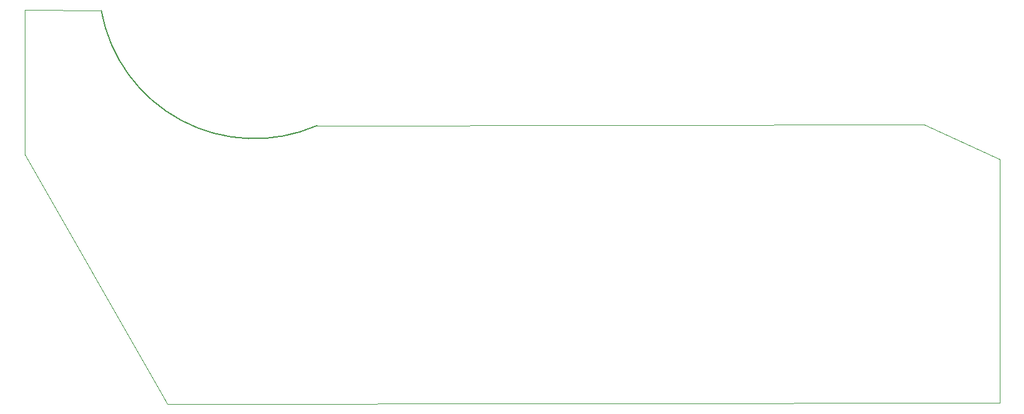
<source format=gbr>
G04 #@! TF.GenerationSoftware,KiCad,Pcbnew,(5.1.6)-1*
G04 #@! TF.CreationDate,2021-02-10T20:40:58+11:00*
G04 #@! TF.ProjectId,ELEC Panel Panel PCB V2,454c4543-2050-4616-9e65-6c2050616e65,rev?*
G04 #@! TF.SameCoordinates,Original*
G04 #@! TF.FileFunction,Profile,NP*
%FSLAX46Y46*%
G04 Gerber Fmt 4.6, Leading zero omitted, Abs format (unit mm)*
G04 Created by KiCad (PCBNEW (5.1.6)-1) date 2021-02-10 20:40:58*
%MOMM*%
%LPD*%
G01*
G04 APERTURE LIST*
G04 #@! TA.AperFunction,Profile*
%ADD10C,0.200000*%
G04 #@! TD*
G04 #@! TA.AperFunction,Profile*
%ADD11C,0.050000*%
G04 #@! TD*
G04 APERTURE END LIST*
D10*
X69850811Y-113666856D02*
G75*
G02*
X40411400Y-97942400I-8511245J19485742D01*
G01*
D11*
X152704800Y-113512600D02*
X69850810Y-113666856D01*
X163042600Y-118237000D02*
X152704800Y-113512600D01*
X163068000Y-151511000D02*
X163042600Y-118237000D01*
X49428400Y-151688800D02*
X163068000Y-151511000D01*
X29946600Y-117551200D02*
X49428400Y-151688800D01*
X29946600Y-97866200D02*
X29946600Y-117551200D01*
X29946600Y-97866200D02*
X40411400Y-97942400D01*
M02*

</source>
